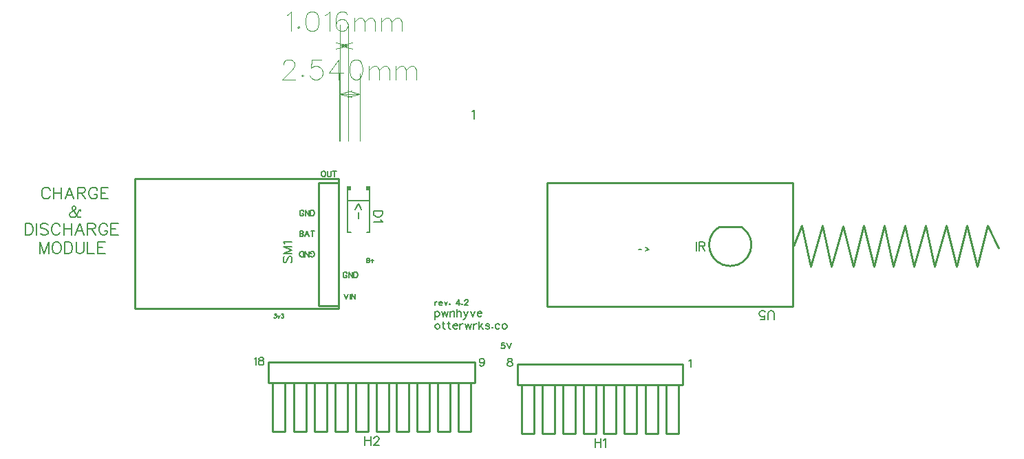
<source format=gto>
G04 Layer: TopSilkscreenLayer*
G04 EasyEDA v6.5.23, 2025-04-20 18:15:51*
G04 2b0ee3c3499d41c98384b79ec2d58562,f9be1a6569124c8bb78035afb8aa2461,10*
G04 Gerber Generator version 0.2*
G04 Scale: 100 percent, Rotated: No, Reflected: No *
G04 Dimensions in millimeters *
G04 leading zeros omitted , absolute positions ,4 integer and 5 decimal *
%FSLAX45Y45*%
%MOMM*%

%ADD10C,0.2100*%
%ADD11C,0.2032*%
%ADD12C,0.1016*%
%ADD13C,0.1524*%
%ADD14C,0.1500*%
%ADD15C,0.2540*%
%ADD16C,0.0131*%

%LPD*%
D10*
X2791206Y-2470912D02*
G01*
X2782315Y-2475484D01*
X2773172Y-2484628D01*
X2768600Y-2498089D01*
X2768600Y-2507234D01*
X2773172Y-2520950D01*
X2782315Y-2530094D01*
X2791206Y-2534665D01*
X2804922Y-2534665D01*
X2814065Y-2530094D01*
X2823209Y-2520950D01*
X2827781Y-2507234D01*
X2827781Y-2498089D01*
X2823209Y-2484628D01*
X2814065Y-2475484D01*
X2804922Y-2470912D01*
X2791206Y-2470912D01*
X2871215Y-2439162D02*
G01*
X2871215Y-2516378D01*
X2875788Y-2530094D01*
X2884931Y-2534665D01*
X2894075Y-2534665D01*
X2857754Y-2470912D02*
G01*
X2889504Y-2470912D01*
X2937763Y-2439162D02*
G01*
X2937763Y-2516378D01*
X2942336Y-2530094D01*
X2951225Y-2534665D01*
X2960370Y-2534665D01*
X2924047Y-2470912D02*
G01*
X2955797Y-2470912D01*
X2990341Y-2498089D02*
G01*
X3044952Y-2498089D01*
X3044952Y-2489200D01*
X3040379Y-2480055D01*
X3035808Y-2475484D01*
X3026663Y-2470912D01*
X3013202Y-2470912D01*
X3004058Y-2475484D01*
X2994913Y-2484628D01*
X2990341Y-2498089D01*
X2990341Y-2507234D01*
X2994913Y-2520950D01*
X3004058Y-2530094D01*
X3013202Y-2534665D01*
X3026663Y-2534665D01*
X3035808Y-2530094D01*
X3044952Y-2520950D01*
X3074924Y-2470912D02*
G01*
X3074924Y-2534665D01*
X3074924Y-2498089D02*
G01*
X3079495Y-2484628D01*
X3088640Y-2475484D01*
X3097784Y-2470912D01*
X3111245Y-2470912D01*
X3141218Y-2470912D02*
G01*
X3159506Y-2534665D01*
X3177793Y-2470912D02*
G01*
X3159506Y-2534665D01*
X3177793Y-2470912D02*
G01*
X3195827Y-2534665D01*
X3214115Y-2470912D02*
G01*
X3195827Y-2534665D01*
X3244088Y-2470912D02*
G01*
X3244088Y-2534665D01*
X3244088Y-2498089D02*
G01*
X3248659Y-2484628D01*
X3257804Y-2475484D01*
X3266693Y-2470912D01*
X3280409Y-2470912D01*
X3310381Y-2439162D02*
G01*
X3310381Y-2534665D01*
X3355847Y-2470912D02*
G01*
X3310381Y-2516378D01*
X3328670Y-2498089D02*
G01*
X3360420Y-2534665D01*
X3440429Y-2484628D02*
G01*
X3435858Y-2475484D01*
X3422141Y-2470912D01*
X3408679Y-2470912D01*
X3394963Y-2475484D01*
X3390391Y-2484628D01*
X3394963Y-2493518D01*
X3404108Y-2498089D01*
X3426713Y-2502662D01*
X3435858Y-2507234D01*
X3440429Y-2516378D01*
X3440429Y-2520950D01*
X3435858Y-2530094D01*
X3422141Y-2534665D01*
X3408679Y-2534665D01*
X3394963Y-2530094D01*
X3390391Y-2520950D01*
X3474974Y-2511805D02*
G01*
X3470402Y-2516378D01*
X3474974Y-2520950D01*
X3479545Y-2516378D01*
X3474974Y-2511805D01*
X3564127Y-2484628D02*
G01*
X3554984Y-2475484D01*
X3545840Y-2470912D01*
X3532124Y-2470912D01*
X3523234Y-2475484D01*
X3514090Y-2484628D01*
X3509518Y-2498089D01*
X3509518Y-2507234D01*
X3514090Y-2520950D01*
X3523234Y-2530094D01*
X3532124Y-2534665D01*
X3545840Y-2534665D01*
X3554984Y-2530094D01*
X3564127Y-2520950D01*
X3616706Y-2470912D02*
G01*
X3607561Y-2475484D01*
X3598672Y-2484628D01*
X3594100Y-2498089D01*
X3594100Y-2507234D01*
X3598672Y-2520950D01*
X3607561Y-2530094D01*
X3616706Y-2534665D01*
X3630422Y-2534665D01*
X3639565Y-2530094D01*
X3648709Y-2520950D01*
X3653027Y-2507234D01*
X3653027Y-2498089D01*
X3648709Y-2484628D01*
X3639565Y-2475484D01*
X3630422Y-2470912D01*
X3616706Y-2470912D01*
X2768600Y-2318512D02*
G01*
X2768600Y-2414015D01*
X2768600Y-2332228D02*
G01*
X2777743Y-2323084D01*
X2786888Y-2318512D01*
X2800350Y-2318512D01*
X2809493Y-2323084D01*
X2818638Y-2332228D01*
X2823209Y-2345689D01*
X2823209Y-2354834D01*
X2818638Y-2368550D01*
X2809493Y-2377694D01*
X2800350Y-2382265D01*
X2786888Y-2382265D01*
X2777743Y-2377694D01*
X2768600Y-2368550D01*
X2853181Y-2318512D02*
G01*
X2871215Y-2382265D01*
X2889504Y-2318512D02*
G01*
X2871215Y-2382265D01*
X2889504Y-2318512D02*
G01*
X2907791Y-2382265D01*
X2925825Y-2318512D02*
G01*
X2907791Y-2382265D01*
X2955797Y-2318512D02*
G01*
X2955797Y-2382265D01*
X2955797Y-2336800D02*
G01*
X2969513Y-2323084D01*
X2978658Y-2318512D01*
X2992120Y-2318512D01*
X3001263Y-2323084D01*
X3005836Y-2336800D01*
X3005836Y-2382265D01*
X3035808Y-2286762D02*
G01*
X3035808Y-2382265D01*
X3035808Y-2336800D02*
G01*
X3049524Y-2323084D01*
X3058668Y-2318512D01*
X3072129Y-2318512D01*
X3081274Y-2323084D01*
X3085845Y-2336800D01*
X3085845Y-2382265D01*
X3120390Y-2318512D02*
G01*
X3147568Y-2382265D01*
X3175000Y-2318512D02*
G01*
X3147568Y-2382265D01*
X3138677Y-2400300D01*
X3129534Y-2409444D01*
X3120390Y-2414015D01*
X3115818Y-2414015D01*
X3204972Y-2318512D02*
G01*
X3232150Y-2382265D01*
X3259581Y-2318512D02*
G01*
X3232150Y-2382265D01*
X3289554Y-2345689D02*
G01*
X3344163Y-2345689D01*
X3344163Y-2336800D01*
X3339591Y-2327655D01*
X3335020Y-2323084D01*
X3325875Y-2318512D01*
X3312159Y-2318512D01*
X3303270Y-2323084D01*
X3294125Y-2332228D01*
X3289554Y-2345689D01*
X3289554Y-2354834D01*
X3294125Y-2368550D01*
X3303270Y-2377694D01*
X3312159Y-2382265D01*
X3325875Y-2382265D01*
X3335020Y-2377694D01*
X3344163Y-2368550D01*
D11*
X2768600Y-2196084D02*
G01*
X2768600Y-2243836D01*
X2768600Y-2216657D02*
G01*
X2771902Y-2206244D01*
X2778759Y-2199386D01*
X2785618Y-2196084D01*
X2795777Y-2196084D01*
X2818384Y-2216657D02*
G01*
X2859277Y-2216657D01*
X2859277Y-2209800D01*
X2855975Y-2202942D01*
X2852420Y-2199386D01*
X2845561Y-2196084D01*
X2835402Y-2196084D01*
X2828543Y-2199386D01*
X2821686Y-2206244D01*
X2818384Y-2216657D01*
X2818384Y-2223262D01*
X2821686Y-2233676D01*
X2828543Y-2240279D01*
X2835402Y-2243836D01*
X2845561Y-2243836D01*
X2852420Y-2240279D01*
X2859277Y-2233676D01*
X2881884Y-2196084D02*
G01*
X2902204Y-2243836D01*
X2922777Y-2196084D02*
G01*
X2902204Y-2243836D01*
X2948686Y-2226818D02*
G01*
X2945129Y-2230120D01*
X2948686Y-2233676D01*
X2951988Y-2230120D01*
X2948686Y-2226818D01*
X3061208Y-2172207D02*
G01*
X3026918Y-2219960D01*
X3078225Y-2219960D01*
X3061208Y-2172207D02*
G01*
X3061208Y-2243836D01*
X3104134Y-2226818D02*
G01*
X3100577Y-2230120D01*
X3104134Y-2233676D01*
X3107436Y-2230120D01*
X3104134Y-2226818D01*
X3133343Y-2189226D02*
G01*
X3133343Y-2185923D01*
X3136900Y-2179065D01*
X3140202Y-2175510D01*
X3147059Y-2172207D01*
X3160775Y-2172207D01*
X3167379Y-2175510D01*
X3170936Y-2179065D01*
X3174238Y-2185923D01*
X3174238Y-2192781D01*
X3170936Y-2199386D01*
X3164077Y-2209800D01*
X3130041Y-2243836D01*
X3177793Y-2243836D01*
D10*
X791971Y-2349754D02*
G01*
X816863Y-2349754D01*
X803402Y-2368042D01*
X810005Y-2368042D01*
X814578Y-2370328D01*
X816863Y-2372613D01*
X819150Y-2379471D01*
X819150Y-2384044D01*
X816863Y-2390647D01*
X812292Y-2395220D01*
X805687Y-2397505D01*
X798829Y-2397505D01*
X791971Y-2395220D01*
X789686Y-2392934D01*
X787400Y-2388362D01*
X834136Y-2365755D02*
G01*
X847852Y-2397505D01*
X861568Y-2365755D02*
G01*
X847852Y-2397505D01*
X881126Y-2349754D02*
G01*
X906018Y-2349754D01*
X892302Y-2368042D01*
X899160Y-2368042D01*
X903731Y-2370328D01*
X906018Y-2372613D01*
X908304Y-2379471D01*
X908304Y-2384044D01*
X906018Y-2390647D01*
X901445Y-2395220D01*
X894587Y-2397505D01*
X887729Y-2397505D01*
X881126Y-2395220D01*
X878839Y-2392934D01*
X876554Y-2388362D01*
X5892800Y-2927095D02*
G01*
X5901943Y-2922523D01*
X5915406Y-2909062D01*
X5915406Y-3004565D01*
X3680206Y-2896362D02*
G01*
X3666743Y-2900934D01*
X3662172Y-2909823D01*
X3662172Y-2918968D01*
X3666743Y-2928112D01*
X3675888Y-2932684D01*
X3693922Y-2937255D01*
X3707638Y-2941828D01*
X3716781Y-2950718D01*
X3721354Y-2959862D01*
X3721354Y-2973578D01*
X3716781Y-2982721D01*
X3712209Y-2987294D01*
X3698493Y-2991865D01*
X3680206Y-2991865D01*
X3666743Y-2987294D01*
X3662172Y-2982721D01*
X3657600Y-2973578D01*
X3657600Y-2959862D01*
X3662172Y-2950718D01*
X3671315Y-2941828D01*
X3684777Y-2937255D01*
X3703065Y-2932684D01*
X3712209Y-2928112D01*
X3716781Y-2918968D01*
X3716781Y-2909823D01*
X3712209Y-2900934D01*
X3698493Y-2896362D01*
X3680206Y-2896362D01*
X3373881Y-2928112D02*
G01*
X3369309Y-2941828D01*
X3360165Y-2950718D01*
X3346450Y-2955289D01*
X3341877Y-2955289D01*
X3328415Y-2950718D01*
X3319272Y-2941828D01*
X3314700Y-2928112D01*
X3314700Y-2923539D01*
X3319272Y-2909823D01*
X3328415Y-2900934D01*
X3341877Y-2896362D01*
X3346450Y-2896362D01*
X3360165Y-2900934D01*
X3369309Y-2909823D01*
X3373881Y-2928112D01*
X3373881Y-2950718D01*
X3369309Y-2973578D01*
X3360165Y-2987294D01*
X3346450Y-2991865D01*
X3337306Y-2991865D01*
X3323843Y-2987294D01*
X3319272Y-2978150D01*
X546100Y-2901695D02*
G01*
X555244Y-2897123D01*
X568705Y-2883662D01*
X568705Y-2979165D01*
X621537Y-2883662D02*
G01*
X607821Y-2888234D01*
X603250Y-2897123D01*
X603250Y-2906268D01*
X607821Y-2915412D01*
X616965Y-2919984D01*
X635254Y-2924555D01*
X648715Y-2929128D01*
X657860Y-2938018D01*
X662431Y-2947162D01*
X662431Y-2960878D01*
X657860Y-2970021D01*
X653287Y-2974594D01*
X639826Y-2979165D01*
X621537Y-2979165D01*
X607821Y-2974594D01*
X603250Y-2970021D01*
X598931Y-2960878D01*
X598931Y-2947162D01*
X603250Y-2938018D01*
X612394Y-2929128D01*
X626110Y-2924555D01*
X644397Y-2919984D01*
X653287Y-2915412D01*
X657860Y-2906268D01*
X657860Y-2897123D01*
X653287Y-2888234D01*
X639826Y-2883662D01*
X621537Y-2883662D01*
X1930400Y-1663954D02*
G01*
X1930400Y-1711705D01*
X1930400Y-1663954D02*
G01*
X1950974Y-1663954D01*
X1957577Y-1666239D01*
X1959863Y-1668526D01*
X1962150Y-1673097D01*
X1962150Y-1677670D01*
X1959863Y-1682242D01*
X1957577Y-1684528D01*
X1950974Y-1686813D01*
X1930400Y-1686813D02*
G01*
X1950974Y-1686813D01*
X1957577Y-1689100D01*
X1959863Y-1691386D01*
X1962150Y-1695957D01*
X1962150Y-1702562D01*
X1959863Y-1707134D01*
X1957577Y-1709420D01*
X1950974Y-1711705D01*
X1930400Y-1711705D01*
X1997709Y-1670812D02*
G01*
X1997709Y-1711705D01*
X1977136Y-1691386D02*
G01*
X2018029Y-1691386D01*
X5270500Y-1551686D02*
G01*
X5311393Y-1551686D01*
X5361431Y-1531112D02*
G01*
X5397754Y-1551686D01*
X5361431Y-1572005D01*
D12*
X1587500Y361701D02*
G01*
X1841500Y361701D01*
X1739900Y323601D02*
G01*
X1587500Y361701D01*
X1739900Y399801D01*
X1689100Y323601D02*
G01*
X1841500Y361701D01*
X1689100Y399801D01*
X902970Y725423D02*
G01*
X902970Y736854D01*
X914400Y759968D01*
X925829Y771652D01*
X948944Y783081D01*
X995171Y783081D01*
X1018286Y771652D01*
X1029970Y759968D01*
X1041400Y736854D01*
X1041400Y713739D01*
X1029970Y690626D01*
X1006855Y656081D01*
X891286Y540765D01*
X1052829Y540765D01*
X1140713Y598423D02*
G01*
X1129029Y586739D01*
X1140713Y575310D01*
X1152144Y586739D01*
X1140713Y598423D01*
X1367028Y783081D02*
G01*
X1251457Y783081D01*
X1240028Y679195D01*
X1251457Y690626D01*
X1286255Y702310D01*
X1320800Y702310D01*
X1355344Y690626D01*
X1378457Y667765D01*
X1390142Y632968D01*
X1390142Y609854D01*
X1378457Y575310D01*
X1355344Y552195D01*
X1320800Y540765D01*
X1286255Y540765D01*
X1251457Y552195D01*
X1240028Y563626D01*
X1228344Y586739D01*
X1581657Y783081D02*
G01*
X1466342Y621537D01*
X1639570Y621537D01*
X1581657Y783081D02*
G01*
X1581657Y540765D01*
X1784857Y783081D02*
G01*
X1750313Y771652D01*
X1727200Y736854D01*
X1715770Y679195D01*
X1715770Y644652D01*
X1727200Y586739D01*
X1750313Y552195D01*
X1784857Y540765D01*
X1807971Y540765D01*
X1842770Y552195D01*
X1865629Y586739D01*
X1877313Y644652D01*
X1877313Y679195D01*
X1865629Y736854D01*
X1842770Y771652D01*
X1807971Y783081D01*
X1784857Y783081D01*
X1953513Y702310D02*
G01*
X1953513Y540765D01*
X1953513Y656081D02*
G01*
X1988058Y690626D01*
X2011172Y702310D01*
X2045970Y702310D01*
X2068829Y690626D01*
X2080513Y656081D01*
X2080513Y540765D01*
X2080513Y656081D02*
G01*
X2115058Y690626D01*
X2138172Y702310D01*
X2172970Y702310D01*
X2195829Y690626D01*
X2207513Y656081D01*
X2207513Y540765D01*
X2283713Y702310D02*
G01*
X2283713Y540765D01*
X2283713Y656081D02*
G01*
X2318258Y690626D01*
X2341372Y702310D01*
X2376170Y702310D01*
X2399029Y690626D01*
X2410713Y656081D01*
X2410713Y540765D01*
X2410713Y656081D02*
G01*
X2445258Y690626D01*
X2468372Y702310D01*
X2503170Y702310D01*
X2526029Y690626D01*
X2537713Y656081D01*
X2537713Y540765D01*
X1587500Y-215900D02*
G01*
X1587500Y615701D01*
X1841500Y-215900D02*
G01*
X1841500Y615701D01*
X1600200Y956787D02*
G01*
X1701800Y956787D01*
X1752600Y918687D02*
G01*
X1600200Y956787D01*
X1752600Y994887D01*
X1549400Y918687D02*
G01*
X1701800Y956787D01*
X1549400Y994887D01*
X943355Y1331976D02*
G01*
X966470Y1343660D01*
X1001013Y1378204D01*
X1001013Y1135634D01*
X1088644Y1193545D02*
G01*
X1077213Y1181862D01*
X1088644Y1170431D01*
X1100328Y1181862D01*
X1088644Y1193545D01*
X1245870Y1378204D02*
G01*
X1211071Y1366773D01*
X1187957Y1331976D01*
X1176528Y1274318D01*
X1176528Y1239773D01*
X1187957Y1181862D01*
X1211071Y1147318D01*
X1245870Y1135634D01*
X1268729Y1135634D01*
X1303528Y1147318D01*
X1326642Y1181862D01*
X1338071Y1239773D01*
X1338071Y1274318D01*
X1326642Y1331976D01*
X1303528Y1366773D01*
X1268729Y1378204D01*
X1245870Y1378204D01*
X1414271Y1331976D02*
G01*
X1437386Y1343660D01*
X1471929Y1378204D01*
X1471929Y1135634D01*
X1686813Y1343660D02*
G01*
X1675129Y1366773D01*
X1640586Y1378204D01*
X1617471Y1378204D01*
X1582928Y1366773D01*
X1559813Y1331976D01*
X1548129Y1274318D01*
X1548129Y1216660D01*
X1559813Y1170431D01*
X1582928Y1147318D01*
X1617471Y1135634D01*
X1629155Y1135634D01*
X1663700Y1147318D01*
X1686813Y1170431D01*
X1698244Y1204976D01*
X1698244Y1216660D01*
X1686813Y1251204D01*
X1663700Y1274318D01*
X1629155Y1285747D01*
X1617471Y1285747D01*
X1582928Y1274318D01*
X1559813Y1251204D01*
X1548129Y1216660D01*
X1774444Y1297431D02*
G01*
X1774444Y1135634D01*
X1774444Y1251204D02*
G01*
X1809242Y1285747D01*
X1832355Y1297431D01*
X1866900Y1297431D01*
X1890013Y1285747D01*
X1901444Y1251204D01*
X1901444Y1135634D01*
X1901444Y1251204D02*
G01*
X1936241Y1285747D01*
X1959356Y1297431D01*
X1993900Y1297431D01*
X2017013Y1285747D01*
X2028443Y1251204D01*
X2028443Y1135634D01*
X2104643Y1297431D02*
G01*
X2104643Y1135634D01*
X2104643Y1251204D02*
G01*
X2139441Y1285747D01*
X2162556Y1297431D01*
X2197100Y1297431D01*
X2220213Y1285747D01*
X2231643Y1251204D01*
X2231643Y1135634D01*
X2231643Y1251204D02*
G01*
X2266441Y1285747D01*
X2289556Y1297431D01*
X2324100Y1297431D01*
X2347213Y1285747D01*
X2358643Y1251204D01*
X2358643Y1135634D01*
X1600200Y-215900D02*
G01*
X1600200Y1210787D01*
X1701800Y-215900D02*
G01*
X1701800Y1210787D01*
D11*
X1865376Y-1063244D02*
G01*
X1824481Y-990600D01*
X1783334Y-1063244D01*
X1824481Y-1093215D02*
G01*
X1824481Y-1175257D01*
X3622293Y-2705607D02*
G01*
X3588258Y-2705607D01*
X3584702Y-2736342D01*
X3588258Y-2732786D01*
X3598418Y-2729484D01*
X3608577Y-2729484D01*
X3618991Y-2732786D01*
X3625595Y-2739644D01*
X3629152Y-2750057D01*
X3629152Y-2756662D01*
X3625595Y-2767076D01*
X3618991Y-2773679D01*
X3608577Y-2777236D01*
X3598418Y-2777236D01*
X3588258Y-2773679D01*
X3584702Y-2770378D01*
X3581400Y-2763520D01*
X3651504Y-2705607D02*
G01*
X3678936Y-2777236D01*
X3706113Y-2705607D02*
G01*
X3678936Y-2777236D01*
D13*
X916185Y-1641843D02*
G01*
X905771Y-1652257D01*
X900691Y-1667751D01*
X900691Y-1688579D01*
X905771Y-1704073D01*
X916185Y-1714487D01*
X926599Y-1714487D01*
X937013Y-1709407D01*
X942347Y-1704073D01*
X947427Y-1693659D01*
X957841Y-1662417D01*
X962921Y-1652257D01*
X968255Y-1646923D01*
X978669Y-1641843D01*
X994163Y-1641843D01*
X1004577Y-1652257D01*
X1009657Y-1667751D01*
X1009657Y-1688579D01*
X1004577Y-1704073D01*
X994163Y-1714487D01*
X900691Y-1607553D02*
G01*
X1009657Y-1607553D01*
X900691Y-1607553D02*
G01*
X1009657Y-1565897D01*
X900691Y-1524241D02*
G01*
X1009657Y-1565897D01*
X900691Y-1524241D02*
G01*
X1009657Y-1524241D01*
X921519Y-1489951D02*
G01*
X916185Y-1479537D01*
X900691Y-1464043D01*
X1009657Y-1464043D01*
D11*
X-1967915Y-822452D02*
G01*
X-1974519Y-808989D01*
X-1988235Y-795273D01*
X-2001951Y-788415D01*
X-2029129Y-788415D01*
X-2042845Y-795273D01*
X-2056561Y-808989D01*
X-2063165Y-822452D01*
X-2070023Y-843026D01*
X-2070023Y-877062D01*
X-2063165Y-897636D01*
X-2056561Y-911097D01*
X-2042845Y-924813D01*
X-2029129Y-931671D01*
X-2001951Y-931671D01*
X-1988235Y-924813D01*
X-1974519Y-911097D01*
X-1967915Y-897636D01*
X-1922703Y-788415D02*
G01*
X-1922703Y-931671D01*
X-1827453Y-788415D02*
G01*
X-1827453Y-931671D01*
X-1922703Y-856742D02*
G01*
X-1827453Y-856742D01*
X-1727885Y-788415D02*
G01*
X-1782495Y-931671D01*
X-1727885Y-788415D02*
G01*
X-1673275Y-931671D01*
X-1761921Y-883920D02*
G01*
X-1693849Y-883920D01*
X-1628317Y-788415D02*
G01*
X-1628317Y-931671D01*
X-1628317Y-788415D02*
G01*
X-1566849Y-788415D01*
X-1546529Y-795273D01*
X-1539671Y-802131D01*
X-1532813Y-815594D01*
X-1532813Y-829310D01*
X-1539671Y-843026D01*
X-1546529Y-849884D01*
X-1566849Y-856742D01*
X-1628317Y-856742D01*
X-1580565Y-856742D02*
G01*
X-1532813Y-931671D01*
X-1385493Y-822452D02*
G01*
X-1392351Y-808989D01*
X-1406067Y-795273D01*
X-1419529Y-788415D01*
X-1446961Y-788415D01*
X-1460677Y-795273D01*
X-1474139Y-808989D01*
X-1480997Y-822452D01*
X-1487855Y-843026D01*
X-1487855Y-877062D01*
X-1480997Y-897636D01*
X-1474139Y-911097D01*
X-1460677Y-924813D01*
X-1446961Y-931671D01*
X-1419529Y-931671D01*
X-1406067Y-924813D01*
X-1392351Y-911097D01*
X-1385493Y-897636D01*
X-1385493Y-877062D01*
X-1419529Y-877062D02*
G01*
X-1385493Y-877062D01*
X-1340535Y-788415D02*
G01*
X-1340535Y-931671D01*
X-1340535Y-788415D02*
G01*
X-1251889Y-788415D01*
X-1340535Y-856742D02*
G01*
X-1285925Y-856742D01*
X-1340535Y-931671D02*
G01*
X-1251889Y-931671D01*
D14*
X1651088Y-2101095D02*
G01*
X1676488Y-2167897D01*
X1701888Y-2101095D02*
G01*
X1676488Y-2167897D01*
X1722970Y-2101095D02*
G01*
X1722970Y-2167897D01*
X1743798Y-2101095D02*
G01*
X1743798Y-2167897D01*
X1743798Y-2101095D02*
G01*
X1788502Y-2167897D01*
X1788502Y-2101095D02*
G01*
X1788502Y-2167897D01*
X1686140Y-1850397D02*
G01*
X1682838Y-1843793D01*
X1676488Y-1837443D01*
X1670138Y-1834395D01*
X1657438Y-1834395D01*
X1651088Y-1837443D01*
X1644738Y-1843793D01*
X1641436Y-1850397D01*
X1638388Y-1859795D01*
X1638388Y-1875797D01*
X1641436Y-1885195D01*
X1644738Y-1891545D01*
X1651088Y-1897895D01*
X1657438Y-1901197D01*
X1670138Y-1901197D01*
X1676488Y-1897895D01*
X1682838Y-1891545D01*
X1686140Y-1885195D01*
X1686140Y-1875797D01*
X1670138Y-1875797D02*
G01*
X1686140Y-1875797D01*
X1706968Y-1834395D02*
G01*
X1706968Y-1901197D01*
X1706968Y-1834395D02*
G01*
X1751672Y-1901197D01*
X1751672Y-1834395D02*
G01*
X1751672Y-1901197D01*
X1772500Y-1834395D02*
G01*
X1772500Y-1901197D01*
X1772500Y-1834395D02*
G01*
X1794852Y-1834395D01*
X1804504Y-1837443D01*
X1810854Y-1843793D01*
X1813902Y-1850397D01*
X1817204Y-1859795D01*
X1817204Y-1875797D01*
X1813902Y-1885195D01*
X1810854Y-1891545D01*
X1804504Y-1897895D01*
X1794852Y-1901197D01*
X1772500Y-1901197D01*
X1234859Y-1629402D02*
G01*
X1238161Y-1636006D01*
X1244511Y-1642356D01*
X1250861Y-1645404D01*
X1263561Y-1645404D01*
X1269911Y-1642356D01*
X1276261Y-1636006D01*
X1279563Y-1629402D01*
X1282611Y-1620004D01*
X1282611Y-1604002D01*
X1279563Y-1594604D01*
X1276261Y-1588254D01*
X1269911Y-1581904D01*
X1263561Y-1578602D01*
X1250861Y-1578602D01*
X1244511Y-1581904D01*
X1238161Y-1588254D01*
X1234859Y-1594604D01*
X1234859Y-1604002D01*
X1250861Y-1604002D02*
G01*
X1234859Y-1604002D01*
X1214031Y-1645404D02*
G01*
X1214031Y-1578602D01*
X1214031Y-1645404D02*
G01*
X1169327Y-1578602D01*
X1169327Y-1645404D02*
G01*
X1169327Y-1578602D01*
X1148499Y-1645404D02*
G01*
X1148499Y-1578602D01*
X1148499Y-1645404D02*
G01*
X1126147Y-1645404D01*
X1116495Y-1642356D01*
X1110145Y-1636006D01*
X1107097Y-1629402D01*
X1103795Y-1620004D01*
X1103795Y-1604002D01*
X1107097Y-1594604D01*
X1110145Y-1588254D01*
X1116495Y-1581904D01*
X1126147Y-1578602D01*
X1148499Y-1578602D01*
X1104988Y-1326395D02*
G01*
X1104988Y-1393197D01*
X1104988Y-1326395D02*
G01*
X1133436Y-1326395D01*
X1143088Y-1329443D01*
X1146136Y-1332745D01*
X1149438Y-1339095D01*
X1149438Y-1345445D01*
X1146136Y-1351795D01*
X1143088Y-1355097D01*
X1133436Y-1358145D01*
X1104988Y-1358145D02*
G01*
X1133436Y-1358145D01*
X1143088Y-1361447D01*
X1146136Y-1364495D01*
X1149438Y-1370845D01*
X1149438Y-1380497D01*
X1146136Y-1386847D01*
X1143088Y-1389895D01*
X1133436Y-1393197D01*
X1104988Y-1393197D01*
X1195920Y-1326395D02*
G01*
X1170520Y-1393197D01*
X1195920Y-1326395D02*
G01*
X1221320Y-1393197D01*
X1179918Y-1370845D02*
G01*
X1211922Y-1370845D01*
X1264500Y-1326395D02*
G01*
X1264500Y-1393197D01*
X1242402Y-1326395D02*
G01*
X1286852Y-1326395D01*
X1152740Y-1088397D02*
G01*
X1149438Y-1081793D01*
X1143088Y-1075443D01*
X1136738Y-1072395D01*
X1124038Y-1072395D01*
X1117688Y-1075443D01*
X1111338Y-1081793D01*
X1108036Y-1088397D01*
X1104988Y-1097795D01*
X1104988Y-1113797D01*
X1108036Y-1123195D01*
X1111338Y-1129545D01*
X1117688Y-1135895D01*
X1124038Y-1139197D01*
X1136738Y-1139197D01*
X1143088Y-1135895D01*
X1149438Y-1129545D01*
X1152740Y-1123195D01*
X1152740Y-1113797D01*
X1136738Y-1113797D02*
G01*
X1152740Y-1113797D01*
X1173568Y-1072395D02*
G01*
X1173568Y-1139197D01*
X1173568Y-1072395D02*
G01*
X1218272Y-1139197D01*
X1218272Y-1072395D02*
G01*
X1218272Y-1139197D01*
X1239100Y-1072395D02*
G01*
X1239100Y-1139197D01*
X1239100Y-1072395D02*
G01*
X1261452Y-1072395D01*
X1271104Y-1075443D01*
X1277454Y-1081793D01*
X1280502Y-1088397D01*
X1283804Y-1097795D01*
X1283804Y-1113797D01*
X1280502Y-1123195D01*
X1277454Y-1129545D01*
X1271104Y-1135895D01*
X1261452Y-1139197D01*
X1239100Y-1139197D01*
X1390738Y-589795D02*
G01*
X1384388Y-592843D01*
X1378038Y-599193D01*
X1374736Y-605797D01*
X1371688Y-615195D01*
X1371688Y-631197D01*
X1374736Y-640595D01*
X1378038Y-646945D01*
X1384388Y-653295D01*
X1390738Y-656597D01*
X1403438Y-656597D01*
X1409788Y-653295D01*
X1416138Y-646945D01*
X1419440Y-640595D01*
X1422488Y-631197D01*
X1422488Y-615195D01*
X1419440Y-605797D01*
X1416138Y-599193D01*
X1409788Y-592843D01*
X1403438Y-589795D01*
X1390738Y-589795D01*
X1443570Y-589795D02*
G01*
X1443570Y-637547D01*
X1446618Y-646945D01*
X1452968Y-653295D01*
X1462620Y-656597D01*
X1468970Y-656597D01*
X1478622Y-653295D01*
X1484972Y-646945D01*
X1488020Y-637547D01*
X1488020Y-589795D01*
X1531200Y-589795D02*
G01*
X1531200Y-656597D01*
X1509102Y-589795D02*
G01*
X1553552Y-589795D01*
D11*
X-2273211Y-1232923D02*
G01*
X-2273211Y-1376179D01*
X-2273211Y-1232923D02*
G01*
X-2225459Y-1232923D01*
X-2205139Y-1239781D01*
X-2191423Y-1253497D01*
X-2184565Y-1266959D01*
X-2177961Y-1287533D01*
X-2177961Y-1321569D01*
X-2184565Y-1342143D01*
X-2191423Y-1355605D01*
X-2205139Y-1369321D01*
X-2225459Y-1376179D01*
X-2273211Y-1376179D01*
X-2132749Y-1232923D02*
G01*
X-2132749Y-1376179D01*
X-1992287Y-1253497D02*
G01*
X-2006003Y-1239781D01*
X-2026577Y-1232923D01*
X-2053755Y-1232923D01*
X-2074329Y-1239781D01*
X-2087791Y-1253497D01*
X-2087791Y-1266959D01*
X-2080933Y-1280675D01*
X-2074329Y-1287533D01*
X-2060613Y-1294391D01*
X-2019719Y-1307853D01*
X-2006003Y-1314711D01*
X-1999145Y-1321569D01*
X-1992287Y-1335285D01*
X-1992287Y-1355605D01*
X-2006003Y-1369321D01*
X-2026577Y-1376179D01*
X-2053755Y-1376179D01*
X-2074329Y-1369321D01*
X-2087791Y-1355605D01*
X-1845221Y-1266959D02*
G01*
X-1851825Y-1253497D01*
X-1865541Y-1239781D01*
X-1879257Y-1232923D01*
X-1906435Y-1232923D01*
X-1920151Y-1239781D01*
X-1933867Y-1253497D01*
X-1940471Y-1266959D01*
X-1947329Y-1287533D01*
X-1947329Y-1321569D01*
X-1940471Y-1342143D01*
X-1933867Y-1355605D01*
X-1920151Y-1369321D01*
X-1906435Y-1376179D01*
X-1879257Y-1376179D01*
X-1865541Y-1369321D01*
X-1851825Y-1355605D01*
X-1845221Y-1342143D01*
X-1800009Y-1232923D02*
G01*
X-1800009Y-1376179D01*
X-1704759Y-1232923D02*
G01*
X-1704759Y-1376179D01*
X-1800009Y-1300995D02*
G01*
X-1704759Y-1300995D01*
X-1605191Y-1232923D02*
G01*
X-1659547Y-1376179D01*
X-1605191Y-1232923D02*
G01*
X-1550581Y-1376179D01*
X-1639227Y-1328427D02*
G01*
X-1571155Y-1328427D01*
X-1505623Y-1232923D02*
G01*
X-1505623Y-1376179D01*
X-1505623Y-1232923D02*
G01*
X-1444155Y-1232923D01*
X-1423835Y-1239781D01*
X-1416977Y-1246639D01*
X-1410119Y-1260101D01*
X-1410119Y-1273817D01*
X-1416977Y-1287533D01*
X-1423835Y-1294391D01*
X-1444155Y-1300995D01*
X-1505623Y-1300995D01*
X-1457871Y-1300995D02*
G01*
X-1410119Y-1376179D01*
X-1262799Y-1266959D02*
G01*
X-1269657Y-1253497D01*
X-1283373Y-1239781D01*
X-1296835Y-1232923D01*
X-1324267Y-1232923D01*
X-1337729Y-1239781D01*
X-1351445Y-1253497D01*
X-1358303Y-1266959D01*
X-1365161Y-1287533D01*
X-1365161Y-1321569D01*
X-1358303Y-1342143D01*
X-1351445Y-1355605D01*
X-1337729Y-1369321D01*
X-1324267Y-1376179D01*
X-1296835Y-1376179D01*
X-1283373Y-1369321D01*
X-1269657Y-1355605D01*
X-1262799Y-1342143D01*
X-1262799Y-1321569D01*
X-1296835Y-1321569D02*
G01*
X-1262799Y-1321569D01*
X-1217841Y-1232923D02*
G01*
X-1217841Y-1376179D01*
X-1217841Y-1232923D02*
G01*
X-1129195Y-1232923D01*
X-1217841Y-1300995D02*
G01*
X-1163231Y-1300995D01*
X-1217841Y-1376179D02*
G01*
X-1129195Y-1376179D01*
X-1590713Y-1078491D02*
G01*
X-1590713Y-1071633D01*
X-1597571Y-1064775D01*
X-1604429Y-1064775D01*
X-1611287Y-1071633D01*
X-1618145Y-1085095D01*
X-1631861Y-1119385D01*
X-1645323Y-1139705D01*
X-1659039Y-1153421D01*
X-1672755Y-1160279D01*
X-1699933Y-1160279D01*
X-1713649Y-1153421D01*
X-1720507Y-1146563D01*
X-1727111Y-1132847D01*
X-1727111Y-1119385D01*
X-1720507Y-1105669D01*
X-1713649Y-1098811D01*
X-1665897Y-1071633D01*
X-1659039Y-1064775D01*
X-1652181Y-1051059D01*
X-1652181Y-1037597D01*
X-1659039Y-1023881D01*
X-1672755Y-1017023D01*
X-1686217Y-1023881D01*
X-1693075Y-1037597D01*
X-1693075Y-1051059D01*
X-1686217Y-1071633D01*
X-1672755Y-1091953D01*
X-1638465Y-1139705D01*
X-1625003Y-1153421D01*
X-1611287Y-1160279D01*
X-1597571Y-1160279D01*
X-1590713Y-1153421D01*
X-1590713Y-1146563D01*
X-2095411Y-1461523D02*
G01*
X-2095411Y-1604779D01*
X-2095411Y-1461523D02*
G01*
X-2041055Y-1604779D01*
X-1986445Y-1461523D02*
G01*
X-2041055Y-1604779D01*
X-1986445Y-1461523D02*
G01*
X-1986445Y-1604779D01*
X-1900593Y-1461523D02*
G01*
X-1914055Y-1468381D01*
X-1927771Y-1482097D01*
X-1934629Y-1495559D01*
X-1941487Y-1516133D01*
X-1941487Y-1550169D01*
X-1934629Y-1570743D01*
X-1927771Y-1584205D01*
X-1914055Y-1597921D01*
X-1900593Y-1604779D01*
X-1873161Y-1604779D01*
X-1859699Y-1597921D01*
X-1845983Y-1584205D01*
X-1839125Y-1570743D01*
X-1832267Y-1550169D01*
X-1832267Y-1516133D01*
X-1839125Y-1495559D01*
X-1845983Y-1482097D01*
X-1859699Y-1468381D01*
X-1873161Y-1461523D01*
X-1900593Y-1461523D01*
X-1787309Y-1461523D02*
G01*
X-1787309Y-1604779D01*
X-1787309Y-1461523D02*
G01*
X-1739557Y-1461523D01*
X-1719237Y-1468381D01*
X-1705521Y-1482097D01*
X-1698663Y-1495559D01*
X-1691805Y-1516133D01*
X-1691805Y-1550169D01*
X-1698663Y-1570743D01*
X-1705521Y-1584205D01*
X-1719237Y-1597921D01*
X-1739557Y-1604779D01*
X-1787309Y-1604779D01*
X-1646847Y-1461523D02*
G01*
X-1646847Y-1563885D01*
X-1639989Y-1584205D01*
X-1626527Y-1597921D01*
X-1605953Y-1604779D01*
X-1592237Y-1604779D01*
X-1571917Y-1597921D01*
X-1558201Y-1584205D01*
X-1551343Y-1563885D01*
X-1551343Y-1461523D01*
X-1506385Y-1461523D02*
G01*
X-1506385Y-1604779D01*
X-1506385Y-1604779D02*
G01*
X-1424597Y-1604779D01*
X-1379639Y-1461523D02*
G01*
X-1379639Y-1604779D01*
X-1379639Y-1461523D02*
G01*
X-1290993Y-1461523D01*
X-1379639Y-1529595D02*
G01*
X-1325029Y-1529595D01*
X-1379639Y-1604779D02*
G01*
X-1290993Y-1604779D01*
D13*
X5983787Y-1459577D02*
G01*
X5981885Y-1568528D01*
X6018072Y-1460177D02*
G01*
X6016170Y-1569128D01*
X6018072Y-1460177D02*
G01*
X6064801Y-1460992D01*
X6080203Y-1466342D01*
X6085443Y-1471769D01*
X6090345Y-1482016D01*
X6090163Y-1492427D01*
X6084902Y-1502752D01*
X6079477Y-1507992D01*
X6063896Y-1512801D01*
X6017168Y-1511985D01*
X6053485Y-1512620D02*
G01*
X6088804Y-1570395D01*
X3225800Y145287D02*
G01*
X3236213Y150621D01*
X3251708Y166115D01*
X3251708Y57150D01*
X4737100Y-3885184D02*
G01*
X4737100Y-3994150D01*
X4809743Y-3885184D02*
G01*
X4809743Y-3994150D01*
X4737100Y-3937000D02*
G01*
X4809743Y-3937000D01*
X4844034Y-3906012D02*
G01*
X4854447Y-3900678D01*
X4870195Y-3885184D01*
X4870195Y-3994150D01*
X1904989Y-3859784D02*
G01*
X1904989Y-3968750D01*
X1977633Y-3859784D02*
G01*
X1977633Y-3968750D01*
X1904989Y-3911600D02*
G01*
X1977633Y-3911600D01*
X2017257Y-3885692D02*
G01*
X2017257Y-3880612D01*
X2022337Y-3870197D01*
X2027671Y-3864863D01*
X2038085Y-3859784D01*
X2058659Y-3859784D01*
X2069073Y-3864863D01*
X2074407Y-3870197D01*
X2079487Y-3880612D01*
X2079487Y-3891026D01*
X2074407Y-3901439D01*
X2063993Y-3916934D01*
X2011923Y-3968750D01*
X2084821Y-3968750D01*
X6937603Y-2416606D02*
G01*
X6937603Y-2338628D01*
X6932523Y-2323134D01*
X6922109Y-2312720D01*
X6906361Y-2307640D01*
X6895947Y-2307640D01*
X6880453Y-2312720D01*
X6870039Y-2323134D01*
X6864959Y-2338628D01*
X6864959Y-2416606D01*
X6768185Y-2416606D02*
G01*
X6820255Y-2416606D01*
X6825335Y-2369870D01*
X6820255Y-2374950D01*
X6804507Y-2380284D01*
X6789013Y-2380284D01*
X6773519Y-2374950D01*
X6763105Y-2364790D01*
X6757771Y-2349042D01*
X6757771Y-2338628D01*
X6763105Y-2323134D01*
X6773519Y-2312720D01*
X6789013Y-2307640D01*
X6804507Y-2307640D01*
X6820255Y-2312720D01*
X6825335Y-2317800D01*
X6830669Y-2328214D01*
X2121915Y-1079500D02*
G01*
X2012950Y-1079500D01*
X2121915Y-1079500D02*
G01*
X2121915Y-1115821D01*
X2116836Y-1131570D01*
X2106422Y-1141729D01*
X2096008Y-1147063D01*
X2080259Y-1152144D01*
X2054352Y-1152144D01*
X2038858Y-1147063D01*
X2028443Y-1141729D01*
X2018029Y-1131570D01*
X2012950Y-1115821D01*
X2012950Y-1079500D01*
X2101088Y-1186434D02*
G01*
X2106422Y-1196847D01*
X2121915Y-1212595D01*
X2012950Y-1212595D01*
G36*
X1921002Y-776782D02*
G01*
X1921002Y-822502D01*
X1972056Y-822502D01*
X1972056Y-776782D01*
G37*
G36*
X1685543Y-776782D02*
G01*
X1685543Y-822502D01*
X1736598Y-822502D01*
X1736598Y-776782D01*
G37*
D15*
X-920742Y-2285987D02*
G01*
X-920742Y-685990D01*
X1584256Y-685990D01*
X1584256Y-2285987D01*
X-920742Y-2285987D01*
X1333507Y-2247887D02*
G01*
X1333507Y-729094D01*
X1582910Y-729094D01*
X1582910Y-2247887D01*
X1333507Y-2247887D01*
X6534670Y-1277907D02*
G01*
X6274711Y-1273368D01*
X3784600Y-2969399D02*
G01*
X5816597Y-2969399D01*
X5816600Y-2969399D02*
G01*
X5816597Y-3223399D01*
X5816597Y-3223399D02*
G01*
X3784600Y-3223399D01*
X3784602Y-3223399D02*
G01*
X3784602Y-2969399D01*
X3835402Y-3223399D02*
G01*
X3835402Y-3823398D01*
X3987802Y-3223399D02*
G01*
X3987802Y-3823398D01*
X3835656Y-3823462D02*
G01*
X3986603Y-3823398D01*
X4089234Y-3221969D02*
G01*
X4089234Y-3821971D01*
X4241634Y-3221969D02*
G01*
X4241634Y-3821971D01*
X4089491Y-3822031D02*
G01*
X4240436Y-3821971D01*
X4343445Y-3225002D02*
G01*
X4343445Y-3825001D01*
X4495845Y-3225002D02*
G01*
X4495845Y-3825001D01*
X4343699Y-3825064D02*
G01*
X4494646Y-3825001D01*
X4597278Y-3223572D02*
G01*
X4597278Y-3823573D01*
X4749678Y-3223572D02*
G01*
X4749678Y-3823573D01*
X4597534Y-3823634D02*
G01*
X4748479Y-3823573D01*
X4843962Y-3225187D02*
G01*
X4843962Y-3825184D01*
X4996362Y-3225187D02*
G01*
X4996362Y-3825184D01*
X4844216Y-3825247D02*
G01*
X4995163Y-3825184D01*
X5097795Y-3223755D02*
G01*
X5097795Y-3823756D01*
X5250195Y-3223755D02*
G01*
X5250195Y-3823756D01*
X5098051Y-3823817D02*
G01*
X5248996Y-3823756D01*
X5358955Y-3225352D02*
G01*
X5358955Y-3825351D01*
X5511355Y-3225352D02*
G01*
X5511355Y-3825351D01*
X5359212Y-3825415D02*
G01*
X5510156Y-3825351D01*
X5612790Y-3223920D02*
G01*
X5612790Y-3823924D01*
X5765190Y-3223920D02*
G01*
X5765190Y-3823924D01*
X5613046Y-3823982D02*
G01*
X5763991Y-3823924D01*
X924227Y-3796675D02*
G01*
X773285Y-3796614D01*
X772088Y-3196612D02*
G01*
X772088Y-3796614D01*
X924488Y-3196612D02*
G01*
X924488Y-3796614D01*
X1184371Y-3800241D02*
G01*
X1033429Y-3800180D01*
X1032233Y-3200179D02*
G01*
X1032233Y-3800180D01*
X1184633Y-3200179D02*
G01*
X1184633Y-3800180D01*
X1434012Y-3797419D02*
G01*
X1283063Y-3797358D01*
X1281866Y-3197357D02*
G01*
X1281866Y-3797358D01*
X1434266Y-3197357D02*
G01*
X1434266Y-3797358D01*
X1687845Y-3798851D02*
G01*
X1536903Y-3798790D01*
X1535699Y-3198789D02*
G01*
X1535699Y-3798790D01*
X1688099Y-3198789D02*
G01*
X1688099Y-3798790D01*
X1949008Y-3797251D02*
G01*
X1798058Y-3797190D01*
X1796862Y-3197189D02*
G01*
X1796862Y-3797190D01*
X1949262Y-3197189D02*
G01*
X1949262Y-3797190D01*
X2202840Y-3798684D02*
G01*
X2051890Y-3798623D01*
X2050694Y-3198621D02*
G01*
X2050694Y-3798623D01*
X2203094Y-3198621D02*
G01*
X2203094Y-3798623D01*
X2449522Y-3797073D02*
G01*
X2298580Y-3797010D01*
X2297376Y-3197011D02*
G01*
X2297376Y-3797010D01*
X2449776Y-3197011D02*
G01*
X2449776Y-3797010D01*
X2703355Y-3798498D02*
G01*
X2552412Y-3798437D01*
X2551209Y-3198436D02*
G01*
X2551209Y-3798437D01*
X2703609Y-3198436D02*
G01*
X2703609Y-3798437D01*
X2957565Y-3795466D02*
G01*
X2806623Y-3795405D01*
X2805419Y-3195403D02*
G01*
X2805419Y-3795405D01*
X2957819Y-3195403D02*
G01*
X2957819Y-3795405D01*
X3211398Y-3796898D02*
G01*
X3060456Y-3796837D01*
X3059254Y-3196836D02*
G01*
X3059254Y-3796837D01*
X3211654Y-3196836D02*
G01*
X3211654Y-3796837D01*
X3262454Y-3196836D02*
G01*
X3262454Y-2942836D01*
X722459Y-3196836D02*
G01*
X3262459Y-3196836D01*
X722459Y-2942836D02*
G01*
X722459Y-3196836D01*
X3262459Y-2942836D02*
G01*
X722459Y-2942836D01*
X7175502Y-1511300D02*
G01*
X7277102Y-1257300D01*
X7391402Y-1765300D01*
X7531102Y-1257300D01*
X7645402Y-1765300D01*
X7785102Y-1270000D01*
X7912102Y-1765300D01*
X8039102Y-1257300D01*
X8166102Y-1765300D01*
X8293102Y-1257300D01*
X8407402Y-1765300D01*
X8547102Y-1257300D01*
X8661402Y-1765300D01*
X8801102Y-1257300D01*
X8915402Y-1765300D01*
X9055102Y-1257300D01*
X9182102Y-1765300D01*
X9309102Y-1257300D01*
X9436102Y-1765300D01*
X9563102Y-1257300D01*
X9702802Y-1536700D01*
X7172401Y-2260600D02*
G01*
X4149801Y-2260600D01*
X4149801Y-736600D01*
X7172401Y-736600D01*
X7172401Y-2260600D01*
D13*
X1964420Y-814880D02*
G01*
X1964420Y-1344119D01*
X1693179Y-814880D02*
G01*
X1693179Y-1344119D01*
X1964420Y-952571D02*
G01*
X1693179Y-952571D01*
X1964420Y-1344119D02*
G01*
X1926069Y-1344119D01*
X1693179Y-1344119D02*
G01*
X1731530Y-1344119D01*
D15*
G75*
G01*
X6266487Y-1276055D02*
G03*
X6542796Y-1280879I134311J-222623D01*
M02*

</source>
